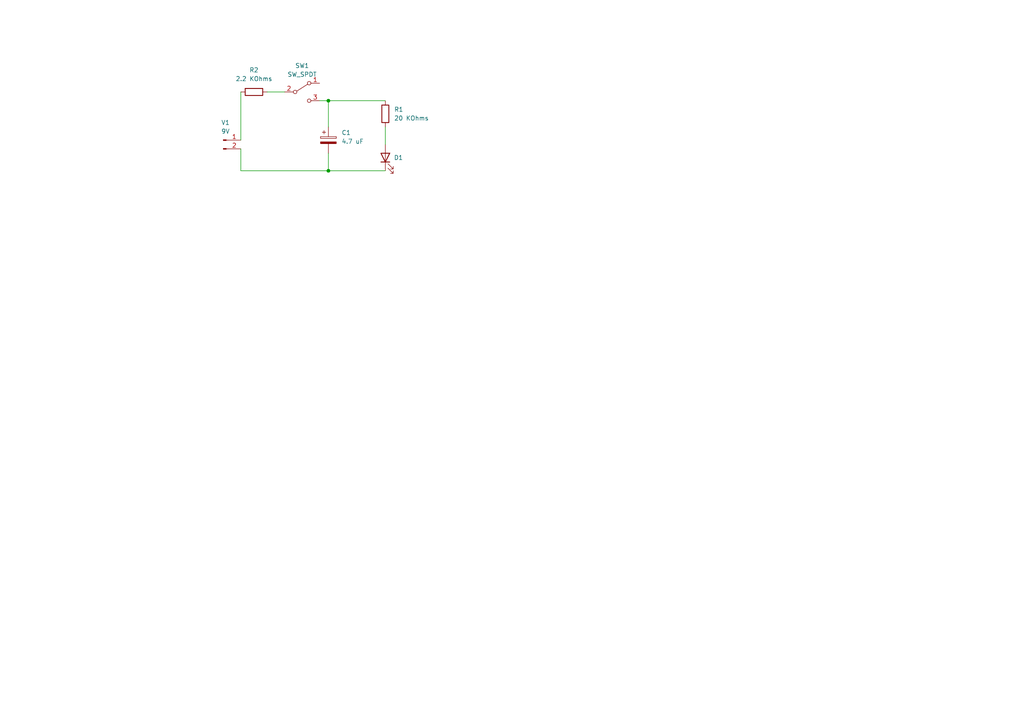
<source format=kicad_sch>
(kicad_sch (version 20211123) (generator eeschema)
  (paper "A4")
  (lib_symbols
    (symbol "Connector:Conn_01x02_Male" (pin_names (offset 1.016) hide)
      (property "Reference" "J" (at 0 2.54 0))
      (property "Value" "Conn_01x02_Male" (at 0 -5.08 0))
      (symbol "Conn_01x02_Male_1_1"
        (polyline (pts (xy 1.27 -2.54) (xy 0.8636 -2.54)) (stroke (width 0.1524)))
        (polyline (pts (xy 1.27 0) (xy 0.8636 0)) (stroke (width 0.1524)))
        (rectangle (start 0.8636 -2.413) (end 0 -2.667) (stroke (width 0.1524)) (fill (type outline)))
        (rectangle (start 0.8636 0.127) (end 0 -0.127) (stroke (width 0.1524)) (fill (type outline)))
        (pin passive line (at 5.08 0 180) (length 3.81) (name "Pin_1") (number "1"))
        (pin passive line (at 5.08 -2.54 180) (length 3.81) (name "Pin_2") (number "2"))
      )
    )
    (symbol "Device:C_Polarized" (pin_numbers hide) (pin_names (offset 0.254))
      (property "Reference" "C" (at 0.635 2.54 0))
      (property "Value" "C_Polarized" (at 0.635 -2.54 0))
      (symbol "C_Polarized_0_1"
        (rectangle (start -2.286 0.508) (end 2.286 1.016))
        (polyline (pts (xy -1.778 2.286) (xy -0.762 2.286)))
        (polyline (pts (xy -1.27 2.794) (xy -1.27 1.778)))
        (rectangle (start 2.286 -0.508) (end -2.286 -1.016) (fill (type outline)))
      )
      (symbol "C_Polarized_1_1"
        (pin passive line (at 0 3.81 270) (length 2.794) (name "~") (number "1"))
        (pin passive line (at 0 -3.81 90) (length 2.794) (name "~") (number "2"))
      )
    )
    (symbol "Device:LED" (pin_numbers hide) (pin_names (offset 1.016) hide)
      (property "Reference" "D" (at 0 2.54 0))
      (property "Value" "LED" (at 0 -2.54 0))
      (symbol "LED_0_1"
        (polyline (pts (xy -1.27 -1.27) (xy -1.27 1.27)) (stroke (width 0.254)))
        (polyline (pts (xy -1.27 0) (xy 1.27 0)))
        (polyline (pts (xy 1.27 -1.27) (xy 1.27 1.27) (xy -1.27 0) (xy 1.27 -1.27)) (stroke (width 0.254)))
        (polyline (pts (xy -3.048 -0.762) (xy -4.572 -2.286) (xy -3.81 -2.286) (xy -4.572 -2.286) (xy -4.572 -1.524)))
        (polyline (pts (xy -1.778 -0.762) (xy -3.302 -2.286) (xy -2.54 -2.286) (xy -3.302 -2.286) (xy -3.302 -1.524)))
      )
      (symbol "LED_1_1"
        (pin passive line (at -3.81 0 0) (length 2.54) (name "K") (number "1"))
        (pin passive line (at 3.81 0 180) (length 2.54) (name "A") (number "2"))
      )
    )
    (symbol "Device:R" (pin_numbers hide) (pin_names (offset 0))
      (property "Reference" "R" (at 2.032 0 90))
      (property "Value" "R" (at 0 0 90))
      (symbol "R_0_1"
        (rectangle (start -1.016 -2.54) (end 1.016 2.54) (stroke (width 0.254)))
      )
      (symbol "R_1_1"
        (pin passive line (at 0 3.81 270) (length 1.27) (name "~") (number "1"))
        (pin passive line (at 0 -3.81 90) (length 1.27) (name "~") (number "2"))
      )
    )
    (symbol "Switch:SW_SPDT" (pin_names (offset 0) hide)
      (property "Reference" "SW" (at 0 4.318 0))
      (property "Value" "SW_SPDT" (at 0 -5.08 0))
      (symbol "SW_SPDT_0_0"
        (circle (center -2.032 0) (radius 0.508))
        (circle (center 2.032 -2.54) (radius 0.508))
      )
      (symbol "SW_SPDT_0_1"
        (polyline (pts (xy -1.524 0.254) (xy 1.651 2.286)))
        (circle (center 2.032 2.54) (radius 0.508))
      )
      (symbol "SW_SPDT_1_1"
        (pin passive line (at 5.08 2.54 180) (length 2.54) (name "A") (number "1"))
        (pin passive line (at -5.08 0 0) (length 2.54) (name "B") (number "2"))
        (pin passive line (at 5.08 -2.54 180) (length 2.54) (name "C") (number "3"))
      )
    )
  )
  (junction (at 95.25 29.21))
  (junction (at 95.25 49.53))
  (wire (pts (xy 111.76 36.83) (xy 111.76 41.91)))
  (wire (pts (xy 95.25 49.53) (xy 111.76 49.53)))
  (wire (pts (xy 69.85 26.67) (xy 69.85 40.64)))
  (wire (pts (xy 92.71 29.21) (xy 95.25 29.21)))
  (wire (pts (xy 69.85 49.53) (xy 95.25 49.53)))
  (wire (pts (xy 95.25 29.21) (xy 111.76 29.21)))
  (wire (pts (xy 95.25 44.45) (xy 95.25 49.53)))
  (wire (pts (xy 69.85 43.18) (xy 69.85 49.53)))
  (wire (pts (xy 95.25 29.21) (xy 95.25 36.83)))
  (wire (pts (xy 77.47 26.67) (xy 82.55 26.67)))
  (symbol (lib_id "Device:R") (at 111.76 33.02 0) (unit 1)
    (property "Reference" "R1" (at 114.3 31.7499 0) (effects (justify left)))
    (property "Value" "20 KOhms" (at 114.3 34.2899 0) (effects (justify left)))
  )
  (symbol (lib_id "Device:R") (at 73.66 26.67 90) (unit 1)
    (property "Reference" "R2" (at 73.66 20.32 90))
    (property "Value" "2.2 KOhms" (at 73.66 22.86 90))
  )
  (symbol (lib_id "Connector:Conn_01x02_Male") (at 64.77 40.64 0) (unit 1)
    (property "Reference" "V1" (at 65.405 35.56 0))
    (property "Value" "9V" (at 65.405 38.1 0))
  )
  (symbol (lib_id "Device:LED") (at 111.76 45.72 90) (unit 1)
    (property "Reference" "D1" (at 115.57 45.72 90))
    (property "Value" "LED" (effects hide))
  )
  (symbol (lib_id "Device:C_Polarized") (at 95.25 40.64 0) (unit 1)
    (property "Reference" "C1" (at 99.06 38.4809 0) (effects (justify left)))
    (property "Value" "4.7 uF" (at 99.06 41.0209 0) (effects (justify left)))
  )
  (symbol (lib_id "Switch:SW_SPDT") (at 87.63 26.67 0) (unit 1)
    (property "Reference" "SW1" (at 87.63 19.05 0))
    (property "Value" "SW_SPDT" (at 87.63 21.59 0))
  )
)
</source>
